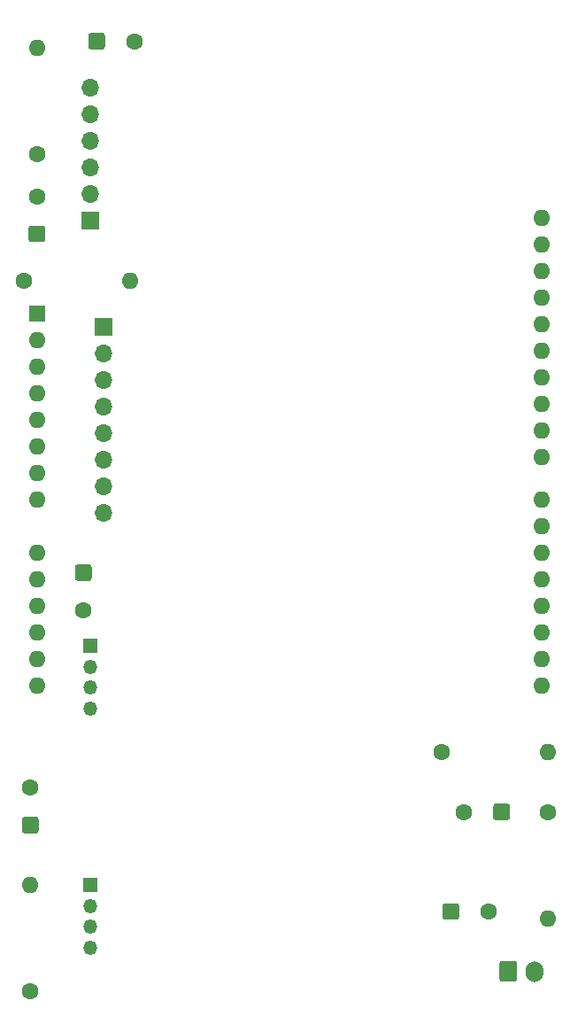
<source format=gbr>
%TF.GenerationSoftware,KiCad,Pcbnew,(5.1.10)-1*%
%TF.CreationDate,2021-11-04T12:05:46-05:00*%
%TF.ProjectId,SR Design1,53522044-6573-4696-976e-312e6b696361,rev?*%
%TF.SameCoordinates,Original*%
%TF.FileFunction,Soldermask,Bot*%
%TF.FilePolarity,Negative*%
%FSLAX46Y46*%
G04 Gerber Fmt 4.6, Leading zero omitted, Abs format (unit mm)*
G04 Created by KiCad (PCBNEW (5.1.10)-1) date 2021-11-04 12:05:46*
%MOMM*%
%LPD*%
G01*
G04 APERTURE LIST*
%ADD10O,1.700000X2.000000*%
%ADD11C,1.600000*%
%ADD12O,1.600000X1.600000*%
%ADD13O,1.350000X1.350000*%
%ADD14R,1.350000X1.350000*%
%ADD15O,1.700000X1.700000*%
%ADD16R,1.700000X1.700000*%
%ADD17R,1.600000X1.600000*%
G04 APERTURE END LIST*
D10*
%TO.C,Batt1*%
X140295000Y-155575000D03*
G36*
G01*
X136945000Y-156325000D02*
X136945000Y-154825000D01*
G75*
G02*
X137195000Y-154575000I250000J0D01*
G01*
X138395000Y-154575000D01*
G75*
G02*
X138645000Y-154825000I0J-250000D01*
G01*
X138645000Y-156325000D01*
G75*
G02*
X138395000Y-156575000I-250000J0D01*
G01*
X137195000Y-156575000D01*
G75*
G02*
X136945000Y-156325000I0J250000D01*
G01*
G37*
%TD*%
D11*
%TO.C,P1*%
X97155000Y-121075000D03*
G36*
G01*
X96605000Y-116675000D02*
X97705000Y-116675000D01*
G75*
G02*
X97955000Y-116925000I0J-250000D01*
G01*
X97955000Y-118025000D01*
G75*
G02*
X97705000Y-118275000I-250000J0D01*
G01*
X96605000Y-118275000D01*
G75*
G02*
X96355000Y-118025000I0J250000D01*
G01*
X96355000Y-116925000D01*
G75*
G02*
X96605000Y-116675000I250000J0D01*
G01*
G37*
%TD*%
%TO.C,AUX2*%
G36*
G01*
X131490000Y-150410000D02*
X131490000Y-149310000D01*
G75*
G02*
X131740000Y-149060000I250000J0D01*
G01*
X132840000Y-149060000D01*
G75*
G02*
X133090000Y-149310000I0J-250000D01*
G01*
X133090000Y-150410000D01*
G75*
G02*
X132840000Y-150660000I-250000J0D01*
G01*
X131740000Y-150660000D01*
G75*
G02*
X131490000Y-150410000I0J250000D01*
G01*
G37*
X135890000Y-149860000D03*
%TD*%
%TO.C,L3*%
X92710000Y-81490000D03*
G36*
G01*
X93260000Y-85890000D02*
X92160000Y-85890000D01*
G75*
G02*
X91910000Y-85640000I0J250000D01*
G01*
X91910000Y-84540000D01*
G75*
G02*
X92160000Y-84290000I250000J0D01*
G01*
X93260000Y-84290000D01*
G75*
G02*
X93510000Y-84540000I0J-250000D01*
G01*
X93510000Y-85640000D01*
G75*
G02*
X93260000Y-85890000I-250000J0D01*
G01*
G37*
%TD*%
%TO.C,L2*%
X102025000Y-66675000D03*
G36*
G01*
X97625000Y-67225000D02*
X97625000Y-66125000D01*
G75*
G02*
X97875000Y-65875000I250000J0D01*
G01*
X98975000Y-65875000D01*
G75*
G02*
X99225000Y-66125000I0J-250000D01*
G01*
X99225000Y-67225000D01*
G75*
G02*
X98975000Y-67475000I-250000J0D01*
G01*
X97875000Y-67475000D01*
G75*
G02*
X97625000Y-67225000I0J250000D01*
G01*
G37*
%TD*%
%TO.C,L1*%
X92075000Y-138005000D03*
G36*
G01*
X92625000Y-142405000D02*
X91525000Y-142405000D01*
G75*
G02*
X91275000Y-142155000I0J250000D01*
G01*
X91275000Y-141055000D01*
G75*
G02*
X91525000Y-140805000I250000J0D01*
G01*
X92625000Y-140805000D01*
G75*
G02*
X92875000Y-141055000I0J-250000D01*
G01*
X92875000Y-142155000D01*
G75*
G02*
X92625000Y-142405000I-250000J0D01*
G01*
G37*
%TD*%
%TO.C,AUX1*%
X133560000Y-140335000D03*
G36*
G01*
X137960000Y-139785000D02*
X137960000Y-140885000D01*
G75*
G02*
X137710000Y-141135000I-250000J0D01*
G01*
X136610000Y-141135000D01*
G75*
G02*
X136360000Y-140885000I0J250000D01*
G01*
X136360000Y-139785000D01*
G75*
G02*
X136610000Y-139535000I250000J0D01*
G01*
X137710000Y-139535000D01*
G75*
G02*
X137960000Y-139785000I0J-250000D01*
G01*
G37*
%TD*%
D12*
%TO.C,R3*%
X101600000Y-89535000D03*
D11*
X91440000Y-89535000D03*
%TD*%
D12*
%TO.C,R5*%
X141605000Y-150495000D03*
D11*
X141605000Y-140335000D03*
%TD*%
D12*
%TO.C,R4*%
X141605000Y-134620000D03*
D11*
X131445000Y-134620000D03*
%TD*%
D13*
%TO.C,J2*%
X97790000Y-130460000D03*
X97790000Y-128460000D03*
X97790000Y-126460000D03*
D14*
X97790000Y-124460000D03*
%TD*%
D13*
%TO.C,J1*%
X97790000Y-153320000D03*
X97790000Y-151320000D03*
X97790000Y-149320000D03*
D14*
X97790000Y-147320000D03*
%TD*%
D12*
%TO.C,R1*%
X92075000Y-147320000D03*
D11*
X92075000Y-157480000D03*
%TD*%
D12*
%TO.C,R2*%
X92710000Y-67310000D03*
D11*
X92710000Y-77470000D03*
%TD*%
D15*
%TO.C,J3*%
X99060000Y-111760000D03*
X99060000Y-109220000D03*
X99060000Y-106680000D03*
X99060000Y-104140000D03*
X99060000Y-101600000D03*
X99060000Y-99060000D03*
X99060000Y-96520000D03*
D16*
X99060000Y-93980000D03*
%TD*%
D12*
%TO.C,A1*%
X140970000Y-125730000D03*
X140970000Y-128270000D03*
X140970000Y-88650000D03*
X92710000Y-128270000D03*
X140970000Y-91190000D03*
X92710000Y-125730000D03*
X140970000Y-93730000D03*
X92710000Y-123190000D03*
X140970000Y-96270000D03*
X92710000Y-120650000D03*
X140970000Y-98810000D03*
X92710000Y-118110000D03*
X140970000Y-101350000D03*
X92710000Y-115570000D03*
X140970000Y-103890000D03*
X92710000Y-110490000D03*
X140970000Y-106430000D03*
X92710000Y-107950000D03*
X140970000Y-110490000D03*
X92710000Y-105410000D03*
X140970000Y-113030000D03*
X92710000Y-102870000D03*
X140970000Y-115570000D03*
X92710000Y-100330000D03*
X140970000Y-118110000D03*
X92710000Y-97790000D03*
X140970000Y-120650000D03*
X92710000Y-95250000D03*
X140970000Y-123190000D03*
D17*
X92710000Y-92710000D03*
D12*
X140970000Y-86110000D03*
X140970000Y-83570000D03*
%TD*%
D15*
%TO.C,J4*%
X97790000Y-71120000D03*
X97790000Y-73660000D03*
X97790000Y-76200000D03*
X97790000Y-78740000D03*
X97790000Y-81280000D03*
D16*
X97790000Y-83820000D03*
%TD*%
M02*

</source>
